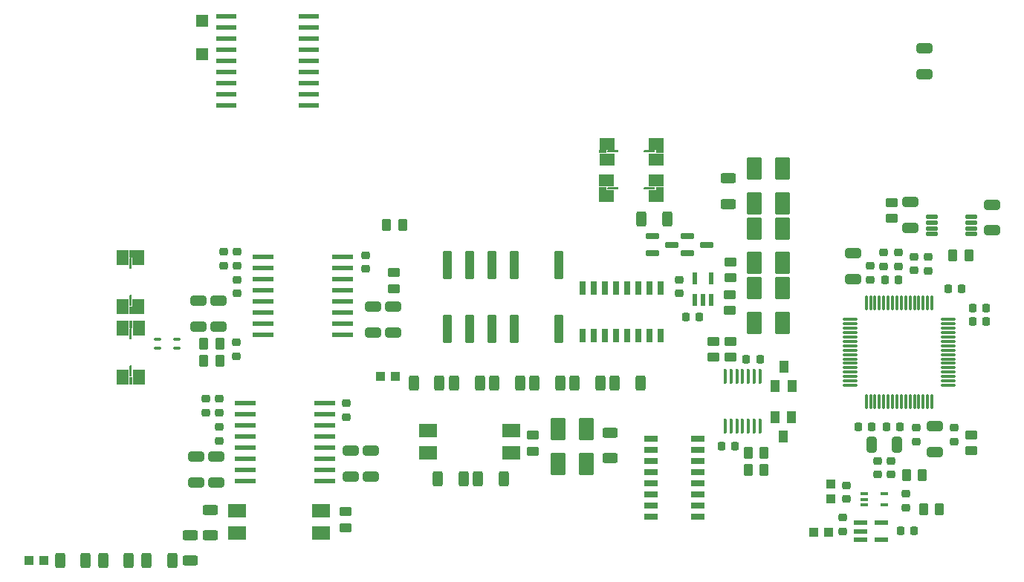
<source format=gbr>
%TF.GenerationSoftware,KiCad,Pcbnew,7.0.10-7.0.10~ubuntu22.04.1*%
%TF.CreationDate,2024-01-07T19:37:00+01:00*%
%TF.ProjectId,EEZ DIB AFE3,45455a20-4449-4422-9041-4645332e6b69,rev?*%
%TF.SameCoordinates,Original*%
%TF.FileFunction,Paste,Top*%
%TF.FilePolarity,Positive*%
%FSLAX46Y46*%
G04 Gerber Fmt 4.6, Leading zero omitted, Abs format (unit mm)*
G04 Created by KiCad (PCBNEW 7.0.10-7.0.10~ubuntu22.04.1) date 2024-01-07 19:37:00*
%MOMM*%
%LPD*%
G01*
G04 APERTURE LIST*
G04 Aperture macros list*
%AMRoundRect*
0 Rectangle with rounded corners*
0 $1 Rounding radius*
0 $2 $3 $4 $5 $6 $7 $8 $9 X,Y pos of 4 corners*
0 Add a 4 corners polygon primitive as box body*
4,1,4,$2,$3,$4,$5,$6,$7,$8,$9,$2,$3,0*
0 Add four circle primitives for the rounded corners*
1,1,$1+$1,$2,$3*
1,1,$1+$1,$4,$5*
1,1,$1+$1,$6,$7*
1,1,$1+$1,$8,$9*
0 Add four rect primitives between the rounded corners*
20,1,$1+$1,$2,$3,$4,$5,0*
20,1,$1+$1,$4,$5,$6,$7,0*
20,1,$1+$1,$6,$7,$8,$9,0*
20,1,$1+$1,$8,$9,$2,$3,0*%
G04 Aperture macros list end*
%ADD10RoundRect,0.050800X0.800100X-1.181100X0.800100X1.181100X-0.800100X1.181100X-0.800100X-1.181100X0*%
%ADD11RoundRect,0.225000X-0.250000X0.225000X-0.250000X-0.225000X0.250000X-0.225000X0.250000X0.225000X0*%
%ADD12RoundRect,0.050800X0.449200X0.499200X-0.449200X0.499200X-0.449200X-0.499200X0.449200X-0.499200X0*%
%ADD13RoundRect,0.250000X0.650000X-0.325000X0.650000X0.325000X-0.650000X0.325000X-0.650000X-0.325000X0*%
%ADD14RoundRect,0.250000X-0.625000X0.312500X-0.625000X-0.312500X0.625000X-0.312500X0.625000X0.312500X0*%
%ADD15RoundRect,0.250000X0.262500X0.450000X-0.262500X0.450000X-0.262500X-0.450000X0.262500X-0.450000X0*%
%ADD16R,0.889000X0.406400*%
%ADD17R,1.778000X1.397000*%
%ADD18RoundRect,0.050800X0.584200X0.076200X-0.584200X0.076200X-0.584200X-0.076200X0.584200X-0.076200X0*%
%ADD19RoundRect,0.050800X-0.584200X-0.076200X0.584200X-0.076200X0.584200X0.076200X-0.584200X0.076200X0*%
%ADD20RoundRect,0.225000X-0.225000X-0.250000X0.225000X-0.250000X0.225000X0.250000X-0.225000X0.250000X0*%
%ADD21RoundRect,0.050800X-1.104900X-0.228600X1.104900X-0.228600X1.104900X0.228600X-1.104900X0.228600X0*%
%ADD22RoundRect,0.250000X0.450000X-0.262500X0.450000X0.262500X-0.450000X0.262500X-0.450000X-0.262500X0*%
%ADD23RoundRect,0.250000X-0.650000X0.325000X-0.650000X-0.325000X0.650000X-0.325000X0.650000X0.325000X0*%
%ADD24RoundRect,0.050800X1.092200X0.228600X-1.092200X0.228600X-1.092200X-0.228600X1.092200X-0.228600X0*%
%ADD25RoundRect,0.250000X0.312500X0.625000X-0.312500X0.625000X-0.312500X-0.625000X0.312500X-0.625000X0*%
%ADD26RoundRect,0.050800X-0.377400X-0.123800X0.377400X-0.123800X0.377400X0.123800X-0.377400X0.123800X0*%
%ADD27RoundRect,0.050800X-0.649200X0.649200X-0.649200X-0.649200X0.649200X-0.649200X0.649200X0.649200X0*%
%ADD28RoundRect,0.050800X-0.685800X-0.228600X0.685800X-0.228600X0.685800X0.228600X-0.685800X0.228600X0*%
%ADD29R,0.406400X0.889000*%
%ADD30R,1.397000X1.778000*%
%ADD31RoundRect,0.050800X0.076200X-0.584200X0.076200X0.584200X-0.076200X0.584200X-0.076200X-0.584200X0*%
%ADD32RoundRect,0.050800X-0.076200X0.584200X-0.076200X-0.584200X0.076200X-0.584200X0.076200X0.584200X0*%
%ADD33RoundRect,0.225000X0.225000X0.250000X-0.225000X0.250000X-0.225000X-0.250000X0.225000X-0.250000X0*%
%ADD34RoundRect,0.050800X0.949200X-0.749200X0.949200X0.749200X-0.949200X0.749200X-0.949200X-0.749200X0*%
%ADD35RoundRect,0.050800X-0.949200X0.749200X-0.949200X-0.749200X0.949200X-0.749200X0.949200X0.749200X0*%
%ADD36RoundRect,0.050800X-0.723900X-0.254000X0.723900X-0.254000X0.723900X0.254000X-0.723900X0.254000X0*%
%ADD37RoundRect,0.050800X-0.800100X1.181100X-0.800100X-1.181100X0.800100X-1.181100X0.800100X1.181100X0*%
%ADD38RoundRect,0.250000X-0.450000X0.262500X-0.450000X-0.262500X0.450000X-0.262500X0.450000X0.262500X0*%
%ADD39RoundRect,0.225000X0.250000X-0.225000X0.250000X0.225000X-0.250000X0.225000X-0.250000X-0.225000X0*%
%ADD40RoundRect,0.250000X0.625000X-0.312500X0.625000X0.312500X-0.625000X0.312500X-0.625000X-0.312500X0*%
%ADD41RoundRect,0.250000X-0.325000X-0.650000X0.325000X-0.650000X0.325000X0.650000X-0.325000X0.650000X0*%
%ADD42RoundRect,0.050800X-0.449200X1.529200X-0.449200X-1.529200X0.449200X-1.529200X0.449200X1.529200X0*%
%ADD43RoundRect,0.250000X-0.262500X-0.450000X0.262500X-0.450000X0.262500X0.450000X-0.262500X0.450000X0*%
%ADD44RoundRect,0.050800X0.449200X0.649200X-0.449200X0.649200X-0.449200X-0.649200X0.449200X-0.649200X0*%
%ADD45RoundRect,0.050800X0.628650X0.165100X-0.628650X0.165100X-0.628650X-0.165100X0.628650X-0.165100X0*%
%ADD46RoundRect,0.060036X-0.701964X-0.270164X0.701964X-0.270164X0.701964X0.270164X-0.701964X0.270164X0*%
%ADD47RoundRect,0.050800X0.228600X-0.609600X0.228600X0.609600X-0.228600X0.609600X-0.228600X-0.609600X0*%
%ADD48RoundRect,0.050800X-0.499200X0.449200X-0.499200X-0.449200X0.499200X-0.449200X0.499200X0.449200X0*%
%ADD49RoundRect,0.250000X-0.312500X-0.625000X0.312500X-0.625000X0.312500X0.625000X-0.312500X0.625000X0*%
%ADD50RoundRect,0.050800X0.127000X-0.787400X0.127000X0.787400X-0.127000X0.787400X-0.127000X-0.787400X0*%
%ADD51RoundRect,0.050800X-0.781050X0.088900X-0.781050X-0.088900X0.781050X-0.088900X0.781050X0.088900X0*%
%ADD52RoundRect,0.050800X0.088900X0.781050X-0.088900X0.781050X-0.088900X-0.781050X0.088900X-0.781050X0*%
%ADD53RoundRect,0.050800X0.254000X-0.723900X0.254000X0.723900X-0.254000X0.723900X-0.254000X-0.723900X0*%
%ADD54RoundRect,0.050800X-0.449200X-0.649200X0.449200X-0.649200X0.449200X0.649200X-0.449200X0.649200X0*%
%ADD55RoundRect,0.050800X0.374200X-0.149200X0.374200X0.149200X-0.374200X0.149200X-0.374200X-0.149200X0*%
G04 APERTURE END LIST*
D10*
%TO.C,D4*%
X183543700Y-90679400D03*
X183543700Y-94641800D03*
%TD*%
%TO.C,D8*%
X186782200Y-104319200D03*
X186782200Y-108281600D03*
%TD*%
D11*
%TO.C,C2*%
X121094500Y-116942700D03*
X121094500Y-118492700D03*
%TD*%
D12*
%TO.C,L5*%
X192013700Y-132106800D03*
X190313700Y-132106800D03*
%TD*%
D13*
%TO.C,C22*%
X202936600Y-79898900D03*
X202936600Y-76948900D03*
%TD*%
D14*
%TO.C,R27*%
X180622700Y-91756900D03*
X180622700Y-94681900D03*
%TD*%
D15*
%TO.C,R6*%
X122645300Y-112612300D03*
X120820300Y-112612300D03*
%TD*%
D16*
%TO.C,R29*%
X172780450Y-92914600D03*
D17*
X172335600Y-93814600D03*
X172335600Y-92014600D03*
D18*
X171635600Y-92914600D03*
D17*
X166735600Y-93814600D03*
X166735600Y-92014600D03*
D16*
X166290750Y-92914600D03*
D19*
X167435600Y-92914600D03*
%TD*%
D16*
%TO.C,R30*%
X166303450Y-88723600D03*
D17*
X166748300Y-87823600D03*
X166748300Y-89623600D03*
D19*
X167448300Y-88723600D03*
D17*
X172348300Y-87823600D03*
X172348300Y-89623600D03*
D16*
X172793150Y-88723600D03*
D18*
X171648300Y-88723600D03*
%TD*%
D20*
%TO.C,C21*%
X175771000Y-107595800D03*
X177321000Y-107595800D03*
%TD*%
D12*
%TO.C,L3*%
X142674200Y-114339500D03*
X140974200Y-114339500D03*
%TD*%
D21*
%TO.C,IC1*%
X125542800Y-117374800D03*
X125542800Y-118644800D03*
X125542800Y-119914800D03*
X125542800Y-121184800D03*
X125542800Y-122454800D03*
X125542800Y-123724800D03*
X125542800Y-124994800D03*
X125542800Y-126264800D03*
X134585200Y-126264800D03*
X134585200Y-124994800D03*
X134585200Y-123724800D03*
X134585200Y-122454800D03*
X134585200Y-121184800D03*
X134585200Y-119914800D03*
X134585200Y-118644800D03*
X134585200Y-117374800D03*
%TD*%
D15*
%TO.C,R5*%
X122645300Y-110643800D03*
X120820300Y-110643800D03*
%TD*%
D22*
%TO.C,R25*%
X180825900Y-112191300D03*
X180825900Y-110366300D03*
%TD*%
D23*
%TO.C,C14*%
X137544300Y-122808600D03*
X137544300Y-125758600D03*
%TD*%
D24*
%TO.C,IC3*%
X132870700Y-83478500D03*
X132870700Y-82208500D03*
X132870700Y-80938500D03*
X132870700Y-79668500D03*
X132870700Y-78398500D03*
X132870700Y-77128500D03*
X132870700Y-75858500D03*
X132870700Y-74588500D03*
X132870700Y-73318500D03*
X123396500Y-73318500D03*
X123396500Y-74588500D03*
X123396500Y-75858500D03*
X123396500Y-77128500D03*
X123396500Y-78398500D03*
X123396500Y-79668500D03*
X123396500Y-80938500D03*
X123396500Y-82208500D03*
X123396500Y-83478500D03*
%TD*%
D11*
%TO.C,C32*%
X201793600Y-100724800D03*
X201793600Y-102274800D03*
%TD*%
D25*
%TO.C,R21*%
X155021500Y-126087000D03*
X152096500Y-126087000D03*
%TD*%
D26*
%TO.C,L1*%
X115571300Y-110117000D03*
X117727700Y-110117000D03*
X117727700Y-111117000D03*
X115571300Y-111117000D03*
%TD*%
D11*
%TO.C,C7*%
X122596400Y-120143100D03*
X122596400Y-121693100D03*
%TD*%
D27*
%TO.C,ZD1*%
X120602500Y-77593400D03*
X120602500Y-73793400D03*
%TD*%
D15*
%TO.C,R34*%
X204661900Y-129541400D03*
X202836900Y-129541400D03*
%TD*%
D28*
%TO.C,IC11*%
X195621400Y-131067900D03*
X195621400Y-132017900D03*
X195621400Y-132967900D03*
X198009000Y-132967900D03*
X198009000Y-131067900D03*
%TD*%
D13*
%TO.C,C42*%
X210645500Y-97717000D03*
X210645500Y-94767000D03*
%TD*%
D29*
%TO.C,R1*%
X112499900Y-106840150D03*
D30*
X111599900Y-106395300D03*
X113399900Y-106395300D03*
D31*
X112499900Y-105695300D03*
D30*
X111599900Y-100795300D03*
X113399900Y-100795300D03*
D29*
X112499900Y-100350450D03*
D32*
X112499900Y-101495300D03*
%TD*%
D33*
%TO.C,C40*%
X210007500Y-108091100D03*
X208457500Y-108091100D03*
%TD*%
D21*
%TO.C,IC2*%
X127574800Y-100699700D03*
X127574800Y-101969700D03*
X127574800Y-103239700D03*
X127574800Y-104509700D03*
X127574800Y-105779700D03*
X127574800Y-107049700D03*
X127574800Y-108319700D03*
X127574800Y-109589700D03*
X136617200Y-109589700D03*
X136617200Y-108319700D03*
X136617200Y-107049700D03*
X136617200Y-105779700D03*
X136617200Y-104509700D03*
X136617200Y-103239700D03*
X136617200Y-101969700D03*
X136617200Y-100699700D03*
%TD*%
D20*
%TO.C,C18*%
X179796900Y-122327800D03*
X181346900Y-122327800D03*
%TD*%
D25*
%TO.C,R9*%
X117251700Y-135358000D03*
X114326700Y-135358000D03*
%TD*%
D15*
%TO.C,R23*%
X184681500Y-125031500D03*
X182856500Y-125031500D03*
%TD*%
D25*
%TO.C,R17*%
X161419000Y-115101500D03*
X158494000Y-115101500D03*
%TD*%
D34*
%TO.C,OK1*%
X134186300Y-132221100D03*
X134186300Y-129681100D03*
D35*
X124646300Y-129681100D03*
X124646300Y-132221100D03*
%TD*%
D20*
%TO.C,C36*%
X198605600Y-120105300D03*
X200155600Y-120105300D03*
%TD*%
D36*
%TO.C,IC4*%
X171770800Y-121451500D03*
X171770800Y-122721500D03*
X171770800Y-123991500D03*
X171770800Y-125261500D03*
X171770800Y-126531500D03*
X171770800Y-127801500D03*
X171770800Y-129071500D03*
X171770800Y-130341500D03*
X177155600Y-130341500D03*
X177155600Y-129071500D03*
X177155600Y-127801500D03*
X177155600Y-126531500D03*
X177155600Y-125261500D03*
X177155600Y-123991500D03*
X177155600Y-122721500D03*
X177155600Y-121451500D03*
%TD*%
D37*
%TO.C,D5*%
X186782200Y-94641800D03*
X186782200Y-90679400D03*
%TD*%
D38*
%TO.C,R24*%
X178857400Y-110366300D03*
X178857400Y-112191300D03*
%TD*%
D39*
%TO.C,C31*%
X201971400Y-121769300D03*
X201971400Y-120219300D03*
%TD*%
D11*
%TO.C,C3*%
X123126500Y-100166000D03*
X123126500Y-101716000D03*
%TD*%
D25*
%TO.C,R20*%
X170563000Y-115101500D03*
X167638000Y-115101500D03*
%TD*%
D37*
%TO.C,D9*%
X183543700Y-101449000D03*
X183543700Y-97486600D03*
%TD*%
D23*
%TO.C,C15*%
X140084300Y-106387500D03*
X140084300Y-109337500D03*
%TD*%
D11*
%TO.C,C6*%
X122596400Y-116942700D03*
X122596400Y-118492700D03*
%TD*%
D40*
%TO.C,R13*%
X167109900Y-123714100D03*
X167109900Y-120789100D03*
%TD*%
D41*
%TO.C,C37*%
X196889600Y-122137300D03*
X199839600Y-122137300D03*
%TD*%
D13*
%TO.C,C38*%
X201349100Y-97412200D03*
X201349100Y-94462200D03*
%TD*%
D39*
%TO.C,C33*%
X206289400Y-121769300D03*
X206289400Y-120219300D03*
%TD*%
D42*
%TO.C,ISEL1A_1*%
X161242500Y-101677100D03*
X156162500Y-101677100D03*
X153622500Y-101677100D03*
X151082500Y-101677100D03*
X148542500Y-101677100D03*
X148542500Y-108917100D03*
X151082500Y-108917100D03*
X153622500Y-108917100D03*
X156162500Y-108917100D03*
X161242500Y-108917100D03*
%TD*%
D39*
%TO.C,C44*%
X200790300Y-129325800D03*
X200790300Y-127775800D03*
%TD*%
D38*
%TO.C,R31*%
X180787800Y-105005500D03*
X180787800Y-106830500D03*
%TD*%
D23*
%TO.C,C11*%
X120183400Y-105714400D03*
X120183400Y-108664400D03*
%TD*%
D15*
%TO.C,R11*%
X143460600Y-97092900D03*
X141635600Y-97092900D03*
%TD*%
D37*
%TO.C,D6*%
X183543700Y-108281600D03*
X183543700Y-104319200D03*
%TD*%
D10*
%TO.C,D7*%
X186782200Y-97486600D03*
X186782200Y-101449000D03*
%TD*%
D25*
%TO.C,R16*%
X156847000Y-115101500D03*
X153922000Y-115101500D03*
%TD*%
D33*
%TO.C,C46*%
X201781200Y-131967100D03*
X200231200Y-131967100D03*
%TD*%
D43*
%TO.C,R22*%
X182856500Y-123091700D03*
X184681500Y-123091700D03*
%TD*%
D22*
%TO.C,R4*%
X136947400Y-131622300D03*
X136947400Y-129797300D03*
%TD*%
D43*
%TO.C,R37*%
X206189700Y-100585400D03*
X208014700Y-100585400D03*
%TD*%
D39*
%TO.C,C20*%
X175034700Y-104891000D03*
X175034700Y-103341000D03*
%TD*%
D15*
%TO.C,R33*%
X202693400Y-125591700D03*
X200868400Y-125591700D03*
%TD*%
D39*
%TO.C,C23*%
X198250300Y-101804900D03*
X198250300Y-100254900D03*
%TD*%
D38*
%TO.C,R35*%
X199190100Y-94516700D03*
X199190100Y-96341700D03*
%TD*%
D39*
%TO.C,C45*%
X193640200Y-132030900D03*
X193640200Y-130480900D03*
%TD*%
D44*
%TO.C,D3*%
X187821100Y-119030700D03*
X185921100Y-119030700D03*
X186871100Y-121230700D03*
%TD*%
D45*
%TO.C,IC9*%
X208276950Y-98144100D03*
X208276950Y-97494100D03*
X208276950Y-96844100D03*
X208276950Y-96194100D03*
X203819250Y-96194100D03*
X203819250Y-96844100D03*
X203819250Y-97494100D03*
X203819250Y-98144100D03*
%TD*%
D38*
%TO.C,R12*%
X142446500Y-102505000D03*
X142446500Y-104330000D03*
%TD*%
D46*
%TO.C,Q1*%
X175958500Y-98401000D03*
X175958500Y-100331400D03*
X178117500Y-99366200D03*
%TD*%
D25*
%TO.C,R18*%
X165991000Y-115101500D03*
X163066000Y-115101500D03*
%TD*%
D13*
%TO.C,C30*%
X194818000Y-103265500D03*
X194818000Y-100315500D03*
%TD*%
D47*
%TO.C,IC7*%
X176751700Y-105601900D03*
X177701700Y-105601900D03*
X178651700Y-105601900D03*
X178651700Y-103214300D03*
X176751700Y-103214300D03*
%TD*%
D37*
%TO.C,D1*%
X161163000Y-124334400D03*
X161163000Y-120372000D03*
%TD*%
D25*
%TO.C,R14*%
X147680900Y-115101500D03*
X144755900Y-115101500D03*
%TD*%
D13*
%TO.C,C34*%
X204130400Y-122977300D03*
X204130400Y-120027300D03*
%TD*%
D48*
%TO.C,L4*%
X192230500Y-126646700D03*
X192230500Y-128346700D03*
%TD*%
D39*
%TO.C,C25*%
X199136000Y-125552500D03*
X199136000Y-124002500D03*
%TD*%
D11*
%TO.C,C9*%
X124628400Y-103366400D03*
X124628400Y-104916400D03*
%TD*%
D25*
%TO.C,R7*%
X107358400Y-135358000D03*
X104433400Y-135358000D03*
%TD*%
D49*
%TO.C,R28*%
X170714700Y-96419800D03*
X173639700Y-96419800D03*
%TD*%
D11*
%TO.C,C26*%
X203390500Y-100761500D03*
X203390500Y-102311500D03*
%TD*%
D23*
%TO.C,C5*%
X122532900Y-105714400D03*
X122532900Y-108664400D03*
%TD*%
D33*
%TO.C,C41*%
X207204100Y-104408100D03*
X205654100Y-104408100D03*
%TD*%
D23*
%TO.C,C17*%
X142433800Y-106387500D03*
X142433800Y-109337500D03*
%TD*%
D50*
%TO.C,IC5*%
X180285600Y-120016400D03*
X180935600Y-120016400D03*
X181585600Y-120016400D03*
X182235600Y-120016400D03*
X182885600Y-120016400D03*
X183535600Y-120016400D03*
X184185600Y-120016400D03*
X184185600Y-114377600D03*
X183535600Y-114377600D03*
X182885600Y-114377600D03*
X182235600Y-114377600D03*
X181585600Y-114377600D03*
X180935600Y-114377600D03*
X180285600Y-114377600D03*
%TD*%
D22*
%TO.C,R32*%
X180800500Y-103110800D03*
X180800500Y-101285800D03*
%TD*%
D51*
%TO.C,IC8*%
X194433950Y-107871700D03*
X194433950Y-108371700D03*
X194433950Y-108871700D03*
X194433950Y-109371700D03*
X194433950Y-109871700D03*
X194433950Y-110371700D03*
X194433950Y-110871700D03*
X194433950Y-111371700D03*
X194433950Y-111871700D03*
X194433950Y-112371700D03*
X194433950Y-112871700D03*
X194433950Y-113371700D03*
X194433950Y-113871700D03*
X194433950Y-114371700D03*
X194433950Y-114871700D03*
X194433950Y-115371700D03*
D52*
X196303700Y-117241450D03*
X196803700Y-117241450D03*
X197303700Y-117241450D03*
X197803700Y-117241450D03*
X198303700Y-117241450D03*
X198803700Y-117241450D03*
X199303700Y-117241450D03*
X199803700Y-117241450D03*
X200303700Y-117241450D03*
X200803700Y-117241450D03*
X201303700Y-117241450D03*
X201803700Y-117241450D03*
X202303700Y-117241450D03*
X202803700Y-117241450D03*
X203303700Y-117241450D03*
X203803700Y-117241450D03*
D51*
X205673450Y-115371700D03*
X205673450Y-114871700D03*
X205673450Y-114371700D03*
X205673450Y-113871700D03*
X205673450Y-113371700D03*
X205673450Y-112871700D03*
X205673450Y-112371700D03*
X205673450Y-111871700D03*
X205673450Y-111371700D03*
X205673450Y-110871700D03*
X205673450Y-110371700D03*
X205673450Y-109871700D03*
X205673450Y-109371700D03*
X205673450Y-108871700D03*
X205673450Y-108371700D03*
X205673450Y-107871700D03*
D52*
X203803700Y-106001950D03*
X203303700Y-106001950D03*
X202803700Y-106001950D03*
X202303700Y-106001950D03*
X201803700Y-106001950D03*
X201303700Y-106001950D03*
X200803700Y-106001950D03*
X200303700Y-106001950D03*
X199803700Y-106001950D03*
X199303700Y-106001950D03*
X198803700Y-106001950D03*
X198303700Y-106001950D03*
X197803700Y-106001950D03*
X197303700Y-106001950D03*
X196803700Y-106001950D03*
X196303700Y-106001950D03*
%TD*%
D11*
%TO.C,C13*%
X139246100Y-100534300D03*
X139246100Y-102084300D03*
%TD*%
%TO.C,C8*%
X124628400Y-100166000D03*
X124628400Y-101716000D03*
%TD*%
%TO.C,C27*%
X197612000Y-124002500D03*
X197612000Y-125552500D03*
%TD*%
D46*
%TO.C,Q2*%
X171974000Y-98401000D03*
X171974000Y-100331400D03*
X174133000Y-99366200D03*
%TD*%
D38*
%TO.C,R36*%
X208257900Y-121034300D03*
X208257900Y-122859300D03*
%TD*%
D53*
%TO.C,IC6*%
X163998400Y-109665900D03*
X165268400Y-109665900D03*
X166538400Y-109665900D03*
X167808400Y-109665900D03*
X169078400Y-109665900D03*
X170348400Y-109665900D03*
X171618400Y-109665900D03*
X172888400Y-109665900D03*
X172888400Y-104281100D03*
X171618400Y-104281100D03*
X170348400Y-104281100D03*
X169078400Y-104281100D03*
X167808400Y-104281100D03*
X166538400Y-104281100D03*
X165268400Y-104281100D03*
X163998400Y-104281100D03*
%TD*%
D33*
%TO.C,C19*%
X184191700Y-112396400D03*
X182641700Y-112396400D03*
%TD*%
D23*
%TO.C,C4*%
X122278900Y-123519800D03*
X122278900Y-126469800D03*
%TD*%
D54*
%TO.C,D10*%
X185946500Y-115477600D03*
X187846500Y-115477600D03*
X186896500Y-113277600D03*
%TD*%
D11*
%TO.C,C43*%
X194056000Y-126796500D03*
X194056000Y-128346500D03*
%TD*%
D12*
%TO.C,L2*%
X102593000Y-135358000D03*
X100893000Y-135358000D03*
%TD*%
D25*
%TO.C,R15*%
X152275000Y-115101500D03*
X149350000Y-115101500D03*
%TD*%
D20*
%TO.C,C28*%
X198440500Y-103314500D03*
X199990500Y-103314500D03*
%TD*%
D23*
%TO.C,C16*%
X139893800Y-122808600D03*
X139893800Y-125758600D03*
%TD*%
D39*
%TO.C,C35*%
X199952100Y-101804900D03*
X199952100Y-100254900D03*
%TD*%
D33*
%TO.C,C24*%
X196955200Y-120105300D03*
X195405200Y-120105300D03*
%TD*%
D55*
%TO.C,IC10*%
X196109300Y-127735700D03*
X196109300Y-128385700D03*
X196109300Y-129035700D03*
X198359300Y-129035700D03*
X198359300Y-127735700D03*
%TD*%
D20*
%TO.C,C39*%
X208457500Y-106553000D03*
X210007500Y-106553000D03*
%TD*%
D25*
%TO.C,R8*%
X112298700Y-135358000D03*
X109373700Y-135358000D03*
%TD*%
D39*
%TO.C,C29*%
X196723000Y-103327500D03*
X196723000Y-101777500D03*
%TD*%
D34*
%TO.C,OK2*%
X155890600Y-123089800D03*
X155890600Y-120549800D03*
D35*
X146350600Y-120549800D03*
X146350600Y-123089800D03*
%TD*%
D10*
%TO.C,D2*%
X164392100Y-120372000D03*
X164392100Y-124334400D03*
%TD*%
D23*
%TO.C,C10*%
X119929400Y-123519800D03*
X119929400Y-126469800D03*
%TD*%
D40*
%TO.C,R3*%
X121605800Y-132515200D03*
X121605800Y-129590200D03*
%TD*%
D14*
%TO.C,R10*%
X119316500Y-132473100D03*
X119316500Y-135398100D03*
%TD*%
D25*
%TO.C,R19*%
X150433500Y-126087000D03*
X147508500Y-126087000D03*
%TD*%
D11*
%TO.C,C12*%
X137061700Y-117450700D03*
X137061700Y-119000700D03*
%TD*%
D29*
%TO.C,R2*%
X112511000Y-114883850D03*
D30*
X111611000Y-114439000D03*
X113411000Y-114439000D03*
D31*
X112511000Y-113739000D03*
D30*
X111611000Y-108839000D03*
X113411000Y-108839000D03*
D29*
X112511000Y-108394150D03*
D32*
X112511000Y-109539000D03*
%TD*%
D11*
%TO.C,C1*%
X124564900Y-110491100D03*
X124564900Y-112041100D03*
%TD*%
D38*
%TO.C,R26*%
X158296100Y-121047000D03*
X158296100Y-122872000D03*
%TD*%
M02*

</source>
